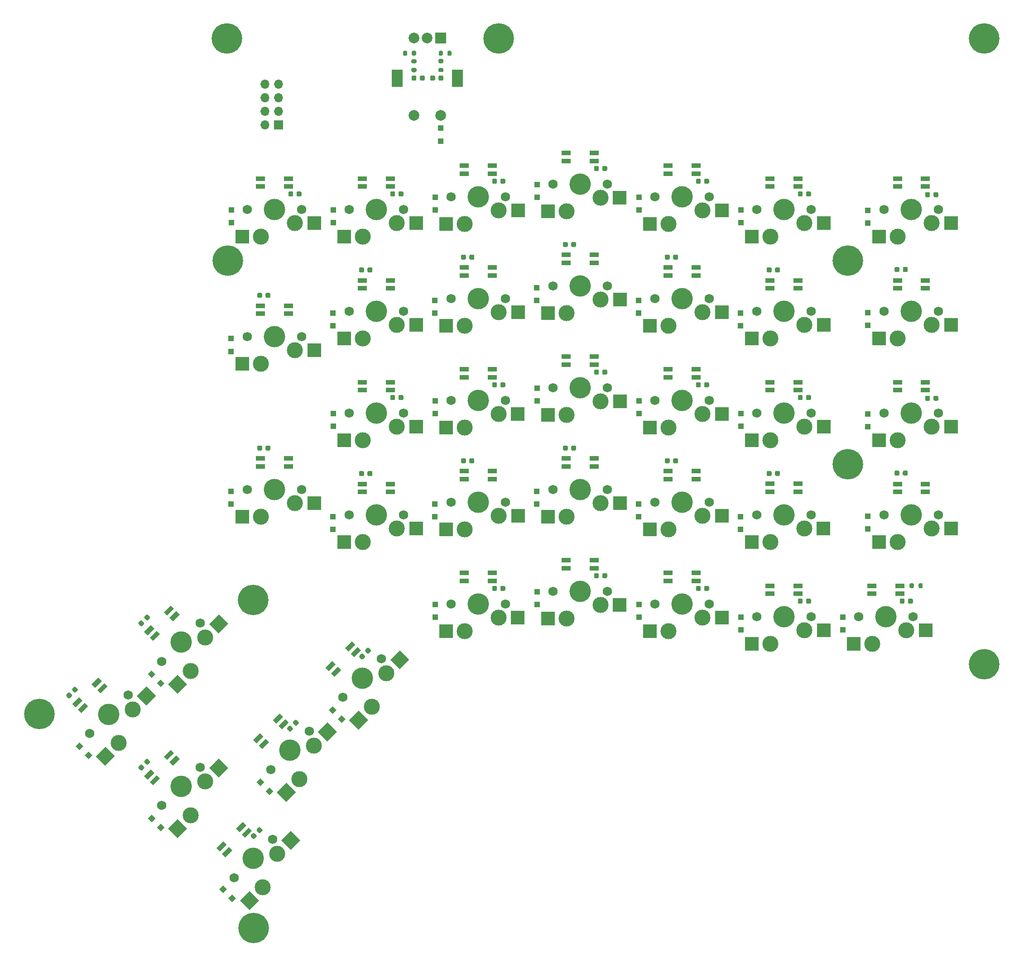
<source format=gbr>
%TF.GenerationSoftware,KiCad,Pcbnew,(5.1.8)-1*%
%TF.CreationDate,2022-07-09T18:06:19+10:00*%
%TF.ProjectId,ergonomic_split_right,6572676f-6e6f-46d6-9963-5f73706c6974,rev?*%
%TF.SameCoordinates,Original*%
%TF.FileFunction,Soldermask,Bot*%
%TF.FilePolarity,Negative*%
%FSLAX46Y46*%
G04 Gerber Fmt 4.6, Leading zero omitted, Abs format (unit mm)*
G04 Created by KiCad (PCBNEW (5.1.8)-1) date 2022-07-09 18:06:19*
%MOMM*%
%LPD*%
G01*
G04 APERTURE LIST*
%ADD10C,0.100000*%
%ADD11C,3.000000*%
%ADD12C,1.750000*%
%ADD13C,4.000000*%
%ADD14R,1.000000X1.000000*%
%ADD15C,5.700000*%
%ADD16R,1.700000X1.700000*%
%ADD17O,1.700000X1.700000*%
%ADD18R,2.550000X2.500000*%
%ADD19R,1.800000X0.900000*%
%ADD20C,2.000000*%
%ADD21R,2.000000X3.200000*%
%ADD22R,2.000000X2.000000*%
G04 APERTURE END LIST*
%TO.C,SW12*%
G36*
G01*
X127360215Y-150958835D02*
X127006661Y-150605281D01*
G75*
G02*
X127006661Y-150287083I159099J159099D01*
G01*
X127324859Y-149968885D01*
G75*
G02*
X127643057Y-149968885I159099J-159099D01*
G01*
X127996611Y-150322439D01*
G75*
G02*
X127996611Y-150640637I-159099J-159099D01*
G01*
X127678413Y-150958835D01*
G75*
G02*
X127360215Y-150958835I-159099J159099D01*
G01*
G37*
D10*
G36*
X128727292Y-159971943D02*
G01*
X129434399Y-159264836D01*
X130141506Y-159971943D01*
X129434399Y-160679050D01*
X128727292Y-159971943D01*
G37*
G36*
X130424348Y-161668999D02*
G01*
X131131455Y-160961892D01*
X131838562Y-161668999D01*
X131131455Y-162376106D01*
X130424348Y-161668999D01*
G37*
G36*
G01*
X128456230Y-149862819D02*
X128102676Y-149509265D01*
G75*
G02*
X128102676Y-149191067I159099J159099D01*
G01*
X128420874Y-148872869D01*
G75*
G02*
X128739072Y-148872869I159099J-159099D01*
G01*
X129092626Y-149226423D01*
G75*
G02*
X129092626Y-149544621I-159099J-159099D01*
G01*
X128774428Y-149862819D01*
G75*
G02*
X128456230Y-149862819I-159099J159099D01*
G01*
G37*
G36*
X130373069Y-151830824D02*
G01*
X131009465Y-152467220D01*
X129736673Y-153740012D01*
X129100277Y-153103616D01*
X130373069Y-151830824D01*
G37*
D11*
X136729959Y-159375654D03*
D10*
G36*
X132989364Y-147093209D02*
G01*
X133625760Y-147729605D01*
X132352968Y-149002397D01*
X131716572Y-148366001D01*
X132989364Y-147093209D01*
G37*
G36*
X129312409Y-150770164D02*
G01*
X129948805Y-151406560D01*
X128676013Y-152679352D01*
X128039617Y-152042956D01*
X129312409Y-150770164D01*
G37*
G36*
X134050024Y-148153869D02*
G01*
X134686420Y-148790265D01*
X133413628Y-150063057D01*
X132777232Y-149426661D01*
X134050024Y-148153869D01*
G37*
D12*
X138525112Y-150394500D03*
X131340907Y-157578704D03*
D10*
G36*
X141985637Y-148758480D02*
G01*
X143753404Y-150526247D01*
X141950281Y-152329370D01*
X140182514Y-150561603D01*
X141985637Y-148758480D01*
G37*
D11*
X139422374Y-153089510D03*
D13*
X134932246Y-153987535D03*
D10*
G36*
X134288779Y-160047440D02*
G01*
X136056546Y-161815207D01*
X134253423Y-163618330D01*
X132485656Y-161850563D01*
X134288779Y-160047440D01*
G37*
%TD*%
%TO.C,SW1*%
G36*
G01*
X113871719Y-164452550D02*
X113518165Y-164098996D01*
G75*
G02*
X113518165Y-163780798I159099J159099D01*
G01*
X113836363Y-163462600D01*
G75*
G02*
X114154561Y-163462600I159099J-159099D01*
G01*
X114508115Y-163816154D01*
G75*
G02*
X114508115Y-164134352I-159099J-159099D01*
G01*
X114189917Y-164452550D01*
G75*
G02*
X113871719Y-164452550I-159099J159099D01*
G01*
G37*
G36*
X115238796Y-173465658D02*
G01*
X115945903Y-172758551D01*
X116653010Y-173465658D01*
X115945903Y-174172765D01*
X115238796Y-173465658D01*
G37*
G36*
X116935852Y-175162714D02*
G01*
X117642959Y-174455607D01*
X118350066Y-175162714D01*
X117642959Y-175869821D01*
X116935852Y-175162714D01*
G37*
G36*
G01*
X114967734Y-163356534D02*
X114614180Y-163002980D01*
G75*
G02*
X114614180Y-162684782I159099J159099D01*
G01*
X114932378Y-162366584D01*
G75*
G02*
X115250576Y-162366584I159099J-159099D01*
G01*
X115604130Y-162720138D01*
G75*
G02*
X115604130Y-163038336I-159099J-159099D01*
G01*
X115285932Y-163356534D01*
G75*
G02*
X114967734Y-163356534I-159099J159099D01*
G01*
G37*
G36*
X116884573Y-165324539D02*
G01*
X117520969Y-165960935D01*
X116248177Y-167233727D01*
X115611781Y-166597331D01*
X116884573Y-165324539D01*
G37*
D11*
X123241463Y-172869369D03*
D10*
G36*
X119500868Y-160586924D02*
G01*
X120137264Y-161223320D01*
X118864472Y-162496112D01*
X118228076Y-161859716D01*
X119500868Y-160586924D01*
G37*
G36*
X115823913Y-164263879D02*
G01*
X116460309Y-164900275D01*
X115187517Y-166173067D01*
X114551121Y-165536671D01*
X115823913Y-164263879D01*
G37*
G36*
X120561528Y-161647584D02*
G01*
X121197924Y-162283980D01*
X119925132Y-163556772D01*
X119288736Y-162920376D01*
X120561528Y-161647584D01*
G37*
D12*
X125036616Y-163888215D03*
X117852411Y-171072419D03*
D10*
G36*
X128497141Y-162252195D02*
G01*
X130264908Y-164019962D01*
X128461785Y-165823085D01*
X126694018Y-164055318D01*
X128497141Y-162252195D01*
G37*
D11*
X125933878Y-166583225D03*
D13*
X121443750Y-167481250D03*
D10*
G36*
X120800283Y-173541155D02*
G01*
X122568050Y-175308922D01*
X120764927Y-177112045D01*
X118997160Y-175344278D01*
X120800283Y-173541155D01*
G37*
%TD*%
%TO.C,SW35*%
G36*
G01*
X148381215Y-190748605D02*
X148027661Y-190395051D01*
G75*
G02*
X148027661Y-190076853I159099J159099D01*
G01*
X148345859Y-189758655D01*
G75*
G02*
X148664057Y-189758655I159099J-159099D01*
G01*
X149017611Y-190112209D01*
G75*
G02*
X149017611Y-190430407I-159099J-159099D01*
G01*
X148699413Y-190748605D01*
G75*
G02*
X148381215Y-190748605I-159099J159099D01*
G01*
G37*
G36*
G01*
X149477231Y-189652589D02*
X149123677Y-189299035D01*
G75*
G02*
X149123677Y-188980837I159099J159099D01*
G01*
X149441875Y-188662639D01*
G75*
G02*
X149760073Y-188662639I159099J-159099D01*
G01*
X150113627Y-189016193D01*
G75*
G02*
X150113627Y-189334391I-159099J-159099D01*
G01*
X149795429Y-189652589D01*
G75*
G02*
X149477231Y-189652589I-159099J159099D01*
G01*
G37*
G36*
X142075562Y-200214318D02*
G01*
X142782669Y-199507211D01*
X143489776Y-200214318D01*
X142782669Y-200921425D01*
X142075562Y-200214318D01*
G37*
G36*
X143772618Y-201911374D02*
G01*
X144479725Y-201204267D01*
X145186832Y-201911374D01*
X144479725Y-202618481D01*
X143772618Y-201911374D01*
G37*
D12*
X152018862Y-190875750D03*
X144834657Y-198059954D03*
D11*
X150222811Y-199856006D03*
D10*
G36*
X155479387Y-189239730D02*
G01*
X157247154Y-191007497D01*
X155444031Y-192810620D01*
X153676264Y-191042853D01*
X155479387Y-189239730D01*
G37*
D11*
X152916124Y-193570760D03*
D13*
X148425996Y-194468785D03*
D10*
G36*
X143865157Y-192312110D02*
G01*
X144501553Y-192948506D01*
X143228761Y-194221298D01*
X142592365Y-193584902D01*
X143865157Y-192312110D01*
G37*
G36*
X147782529Y-200528690D02*
G01*
X149550296Y-202296457D01*
X147747173Y-204099580D01*
X145979406Y-202331813D01*
X147782529Y-200528690D01*
G37*
G36*
X142804497Y-191251450D02*
G01*
X143440893Y-191887846D01*
X142168101Y-193160638D01*
X141531705Y-192524242D01*
X142804497Y-191251450D01*
G37*
G36*
X146481452Y-187574494D02*
G01*
X147117848Y-188210890D01*
X145845056Y-189483682D01*
X145208660Y-188847286D01*
X146481452Y-187574494D01*
G37*
G36*
X147542113Y-188635155D02*
G01*
X148178509Y-189271551D01*
X146905717Y-190544343D01*
X146269321Y-189907947D01*
X147542113Y-188635155D01*
G37*
%TD*%
%TO.C,C4*%
G36*
G01*
X183965000Y-48175100D02*
X183965000Y-48675100D01*
G75*
G02*
X183740000Y-48900100I-225000J0D01*
G01*
X183290000Y-48900100D01*
G75*
G02*
X183065000Y-48675100I0J225000D01*
G01*
X183065000Y-48175100D01*
G75*
G02*
X183290000Y-47950100I225000J0D01*
G01*
X183740000Y-47950100D01*
G75*
G02*
X183965000Y-48175100I0J-225000D01*
G01*
G37*
G36*
G01*
X182415000Y-48175100D02*
X182415000Y-48675100D01*
G75*
G02*
X182190000Y-48900100I-225000J0D01*
G01*
X181740000Y-48900100D01*
G75*
G02*
X181515000Y-48675100I0J225000D01*
G01*
X181515000Y-48175100D01*
G75*
G02*
X181740000Y-47950100I225000J0D01*
G01*
X182190000Y-47950100D01*
G75*
G02*
X182415000Y-48175100I0J-225000D01*
G01*
G37*
%TD*%
%TO.C,C6*%
G36*
G01*
X178035800Y-48675100D02*
X178035800Y-48175100D01*
G75*
G02*
X178260800Y-47950100I225000J0D01*
G01*
X178710800Y-47950100D01*
G75*
G02*
X178935800Y-48175100I0J-225000D01*
G01*
X178935800Y-48675100D01*
G75*
G02*
X178710800Y-48900100I-225000J0D01*
G01*
X178260800Y-48900100D01*
G75*
G02*
X178035800Y-48675100I0J225000D01*
G01*
G37*
G36*
G01*
X179585800Y-48675100D02*
X179585800Y-48175100D01*
G75*
G02*
X179810800Y-47950100I225000J0D01*
G01*
X180260800Y-47950100D01*
G75*
G02*
X180485800Y-48175100I0J-225000D01*
G01*
X180485800Y-48675100D01*
G75*
G02*
X180260800Y-48900100I-225000J0D01*
G01*
X179810800Y-48900100D01*
G75*
G02*
X179585800Y-48675100I0J225000D01*
G01*
G37*
%TD*%
D14*
%TO.C,D1*%
X183454040Y-57808160D03*
X183454040Y-60208160D03*
%TD*%
D15*
%TO.C,H1*%
X143535400Y-41022612D03*
%TD*%
%TO.C,H2*%
X285089600Y-41022612D03*
%TD*%
%TO.C,H3*%
X285087988Y-158115000D03*
%TD*%
%TO.C,H4*%
X148474804Y-207428204D03*
%TD*%
%TO.C,H5*%
X108496996Y-167450396D03*
%TD*%
%TO.C,H6*%
X143668750Y-82550000D03*
%TD*%
%TO.C,H7*%
X148431250Y-146050000D03*
%TD*%
%TO.C,H8*%
X259556250Y-82550000D03*
%TD*%
%TO.C,H9*%
X259556250Y-120650000D03*
%TD*%
%TO.C,H10*%
X194335400Y-40995600D03*
%TD*%
D16*
%TO.C,J2*%
X153193750Y-57150000D03*
D17*
X150653750Y-57150000D03*
X153193750Y-54610000D03*
X150653750Y-54610000D03*
X153193750Y-52070000D03*
X150653750Y-52070000D03*
X153193750Y-49530000D03*
X150653750Y-49530000D03*
%TD*%
%TO.C,R1*%
G36*
G01*
X271938700Y-143146100D02*
X271938700Y-143696100D01*
G75*
G02*
X271738700Y-143896100I-200000J0D01*
G01*
X271338700Y-143896100D01*
G75*
G02*
X271138700Y-143696100I0J200000D01*
G01*
X271138700Y-143146100D01*
G75*
G02*
X271338700Y-142946100I200000J0D01*
G01*
X271738700Y-142946100D01*
G75*
G02*
X271938700Y-143146100I0J-200000D01*
G01*
G37*
G36*
G01*
X273588700Y-143146100D02*
X273588700Y-143696100D01*
G75*
G02*
X273388700Y-143896100I-200000J0D01*
G01*
X272988700Y-143896100D01*
G75*
G02*
X272788700Y-143696100I0J200000D01*
G01*
X272788700Y-143146100D01*
G75*
G02*
X272988700Y-142946100I200000J0D01*
G01*
X273388700Y-142946100D01*
G75*
G02*
X273588700Y-143146100I0J-200000D01*
G01*
G37*
%TD*%
%TO.C,R4*%
G36*
G01*
X183227300Y-44862800D02*
X183777300Y-44862800D01*
G75*
G02*
X183977300Y-45062800I0J-200000D01*
G01*
X183977300Y-45462800D01*
G75*
G02*
X183777300Y-45662800I-200000J0D01*
G01*
X183227300Y-45662800D01*
G75*
G02*
X183027300Y-45462800I0J200000D01*
G01*
X183027300Y-45062800D01*
G75*
G02*
X183227300Y-44862800I200000J0D01*
G01*
G37*
G36*
G01*
X183227300Y-46512800D02*
X183777300Y-46512800D01*
G75*
G02*
X183977300Y-46712800I0J-200000D01*
G01*
X183977300Y-47112800D01*
G75*
G02*
X183777300Y-47312800I-200000J0D01*
G01*
X183227300Y-47312800D01*
G75*
G02*
X183027300Y-47112800I0J200000D01*
G01*
X183027300Y-46712800D01*
G75*
G02*
X183227300Y-46512800I200000J0D01*
G01*
G37*
%TD*%
%TO.C,R7*%
G36*
G01*
X178198100Y-46525500D02*
X178748100Y-46525500D01*
G75*
G02*
X178948100Y-46725500I0J-200000D01*
G01*
X178948100Y-47125500D01*
G75*
G02*
X178748100Y-47325500I-200000J0D01*
G01*
X178198100Y-47325500D01*
G75*
G02*
X177998100Y-47125500I0J200000D01*
G01*
X177998100Y-46725500D01*
G75*
G02*
X178198100Y-46525500I200000J0D01*
G01*
G37*
G36*
G01*
X178198100Y-44875500D02*
X178748100Y-44875500D01*
G75*
G02*
X178948100Y-45075500I0J-200000D01*
G01*
X178948100Y-45475500D01*
G75*
G02*
X178748100Y-45675500I-200000J0D01*
G01*
X178198100Y-45675500D01*
G75*
G02*
X177998100Y-45475500I0J200000D01*
G01*
X177998100Y-45075500D01*
G75*
G02*
X178198100Y-44875500I200000J0D01*
G01*
G37*
%TD*%
%TO.C,R8*%
G36*
G01*
X177223100Y-43514600D02*
X177223100Y-44064600D01*
G75*
G02*
X177023100Y-44264600I-200000J0D01*
G01*
X176623100Y-44264600D01*
G75*
G02*
X176423100Y-44064600I0J200000D01*
G01*
X176423100Y-43514600D01*
G75*
G02*
X176623100Y-43314600I200000J0D01*
G01*
X177023100Y-43314600D01*
G75*
G02*
X177223100Y-43514600I0J-200000D01*
G01*
G37*
G36*
G01*
X178873100Y-43514600D02*
X178873100Y-44064600D01*
G75*
G02*
X178673100Y-44264600I-200000J0D01*
G01*
X178273100Y-44264600D01*
G75*
G02*
X178073100Y-44064600I0J200000D01*
G01*
X178073100Y-43514600D01*
G75*
G02*
X178273100Y-43314600I200000J0D01*
G01*
X178673100Y-43314600D01*
G75*
G02*
X178873100Y-43514600I0J-200000D01*
G01*
G37*
%TD*%
%TO.C,R9*%
G36*
G01*
X183089600Y-44064600D02*
X183089600Y-43514600D01*
G75*
G02*
X183289600Y-43314600I200000J0D01*
G01*
X183689600Y-43314600D01*
G75*
G02*
X183889600Y-43514600I0J-200000D01*
G01*
X183889600Y-44064600D01*
G75*
G02*
X183689600Y-44264600I-200000J0D01*
G01*
X183289600Y-44264600D01*
G75*
G02*
X183089600Y-44064600I0J200000D01*
G01*
G37*
G36*
G01*
X184739600Y-44064600D02*
X184739600Y-43514600D01*
G75*
G02*
X184939600Y-43314600I200000J0D01*
G01*
X185339600Y-43314600D01*
G75*
G02*
X185539600Y-43514600I0J-200000D01*
G01*
X185539600Y-44064600D01*
G75*
G02*
X185339600Y-44264600I-200000J0D01*
G01*
X184939600Y-44264600D01*
G75*
G02*
X184739600Y-44064600I0J200000D01*
G01*
G37*
%TD*%
%TO.C,SW2*%
G36*
G01*
X274037340Y-70498780D02*
X274037340Y-69998780D01*
G75*
G02*
X274262340Y-69773780I225000J0D01*
G01*
X274712340Y-69773780D01*
G75*
G02*
X274937340Y-69998780I0J-225000D01*
G01*
X274937340Y-70498780D01*
G75*
G02*
X274712340Y-70723780I-225000J0D01*
G01*
X274262340Y-70723780D01*
G75*
G02*
X274037340Y-70498780I0J225000D01*
G01*
G37*
D14*
X263324340Y-73195180D03*
X263324340Y-75595180D03*
G36*
G01*
X275587340Y-70498780D02*
X275587340Y-69998780D01*
G75*
G02*
X275812340Y-69773780I225000J0D01*
G01*
X276262340Y-69773780D01*
G75*
G02*
X276487340Y-69998780I0J-225000D01*
G01*
X276487340Y-70498780D01*
G75*
G02*
X276262340Y-70723780I-225000J0D01*
G01*
X275812340Y-70723780D01*
G75*
G02*
X275587340Y-70498780I0J225000D01*
G01*
G37*
D11*
X268919960Y-78102460D03*
D12*
X276539960Y-73022460D03*
D13*
X271459960Y-73022460D03*
D12*
X266379960Y-73021190D03*
D18*
X278868760Y-75561310D03*
D11*
X275268760Y-75561310D03*
D19*
X268858760Y-68721310D03*
D18*
X265443760Y-78101310D03*
D19*
X268858760Y-67221310D03*
X274058760Y-67221310D03*
X274058760Y-68721310D03*
%TD*%
%TO.C,SW3*%
G36*
G01*
X268322340Y-84494180D02*
X268322340Y-83994180D01*
G75*
G02*
X268547340Y-83769180I225000J0D01*
G01*
X268997340Y-83769180D01*
G75*
G02*
X269222340Y-83994180I0J-225000D01*
G01*
X269222340Y-84494180D01*
G75*
G02*
X268997340Y-84719180I-225000J0D01*
G01*
X268547340Y-84719180D01*
G75*
G02*
X268322340Y-84494180I0J225000D01*
G01*
G37*
D14*
X263273540Y-92321380D03*
X263273540Y-94721380D03*
G36*
G01*
X269872340Y-84494180D02*
X269872340Y-83994180D01*
G75*
G02*
X270097340Y-83769180I225000J0D01*
G01*
X270547340Y-83769180D01*
G75*
G02*
X270772340Y-83994180I0J-225000D01*
G01*
X270772340Y-84494180D01*
G75*
G02*
X270547340Y-84719180I-225000J0D01*
G01*
X270097340Y-84719180D01*
G75*
G02*
X269872340Y-84494180I0J225000D01*
G01*
G37*
D12*
X266379960Y-92072460D03*
D11*
X268919960Y-97152460D03*
X275269960Y-94612460D03*
D12*
X276539960Y-92072460D03*
D13*
X271459960Y-92072460D03*
D19*
X268859960Y-87772460D03*
X274059960Y-86272460D03*
X268859960Y-86272460D03*
X274059960Y-87772460D03*
D18*
X278868760Y-94611310D03*
X265443760Y-97151310D03*
%TD*%
D19*
%TO.C,SW4*%
X274058760Y-106821310D03*
X274058760Y-105321310D03*
X268858760Y-105321310D03*
D18*
X265443760Y-116201310D03*
D19*
X268858760Y-106821310D03*
D11*
X275268760Y-113661310D03*
D18*
X278868760Y-113661310D03*
D12*
X266379960Y-111121190D03*
D13*
X271459960Y-111122460D03*
D12*
X276539960Y-111122460D03*
D11*
X268919960Y-116202460D03*
G36*
G01*
X275587340Y-108598780D02*
X275587340Y-108098780D01*
G75*
G02*
X275812340Y-107873780I225000J0D01*
G01*
X276262340Y-107873780D01*
G75*
G02*
X276487340Y-108098780I0J-225000D01*
G01*
X276487340Y-108598780D01*
G75*
G02*
X276262340Y-108823780I-225000J0D01*
G01*
X275812340Y-108823780D01*
G75*
G02*
X275587340Y-108598780I0J225000D01*
G01*
G37*
D14*
X263324340Y-113695180D03*
X263324340Y-111295180D03*
G36*
G01*
X274037340Y-108598780D02*
X274037340Y-108098780D01*
G75*
G02*
X274262340Y-107873780I225000J0D01*
G01*
X274712340Y-107873780D01*
G75*
G02*
X274937340Y-108098780I0J-225000D01*
G01*
X274937340Y-108598780D01*
G75*
G02*
X274712340Y-108823780I-225000J0D01*
G01*
X274262340Y-108823780D01*
G75*
G02*
X274037340Y-108598780I0J225000D01*
G01*
G37*
%TD*%
D18*
%TO.C,SW5*%
X265441220Y-135248770D03*
X278866220Y-132708770D03*
D19*
X274057420Y-125869920D03*
X268857420Y-124369920D03*
X274057420Y-124369920D03*
X268857420Y-125869920D03*
D13*
X271457420Y-130169920D03*
D12*
X276537420Y-130169920D03*
D11*
X275267420Y-132709920D03*
X268917420Y-135249920D03*
D12*
X266377420Y-130169920D03*
G36*
G01*
X269869800Y-122591640D02*
X269869800Y-122091640D01*
G75*
G02*
X270094800Y-121866640I225000J0D01*
G01*
X270544800Y-121866640D01*
G75*
G02*
X270769800Y-122091640I0J-225000D01*
G01*
X270769800Y-122591640D01*
G75*
G02*
X270544800Y-122816640I-225000J0D01*
G01*
X270094800Y-122816640D01*
G75*
G02*
X269869800Y-122591640I0J225000D01*
G01*
G37*
D14*
X263271000Y-132818840D03*
X263271000Y-130418840D03*
G36*
G01*
X268319800Y-122591640D02*
X268319800Y-122091640D01*
G75*
G02*
X268544800Y-121866640I225000J0D01*
G01*
X268994800Y-121866640D01*
G75*
G02*
X269219800Y-122091640I0J-225000D01*
G01*
X269219800Y-122591640D01*
G75*
G02*
X268994800Y-122816640I-225000J0D01*
G01*
X268544800Y-122816640D01*
G75*
G02*
X268319800Y-122591640I0J225000D01*
G01*
G37*
%TD*%
D10*
%TO.C,SW6*%
G36*
X134288779Y-187034940D02*
G01*
X136056546Y-188802707D01*
X134253423Y-190605830D01*
X132485656Y-188838063D01*
X134288779Y-187034940D01*
G37*
D13*
X134932246Y-180975035D03*
D11*
X139422374Y-180077010D03*
D10*
G36*
X141985637Y-175745980D02*
G01*
X143753404Y-177513747D01*
X141950281Y-179316870D01*
X140182514Y-177549103D01*
X141985637Y-175745980D01*
G37*
D12*
X131340907Y-184566204D03*
X138525112Y-177382000D03*
D10*
G36*
X134050024Y-175141369D02*
G01*
X134686420Y-175777765D01*
X133413628Y-177050557D01*
X132777232Y-176414161D01*
X134050024Y-175141369D01*
G37*
G36*
X129312409Y-177757664D02*
G01*
X129948805Y-178394060D01*
X128676013Y-179666852D01*
X128039617Y-179030456D01*
X129312409Y-177757664D01*
G37*
G36*
X132989364Y-174080709D02*
G01*
X133625760Y-174717105D01*
X132352968Y-175989897D01*
X131716572Y-175353501D01*
X132989364Y-174080709D01*
G37*
D11*
X136729959Y-186363154D03*
D10*
G36*
X130373069Y-178818324D02*
G01*
X131009465Y-179454720D01*
X129736673Y-180727512D01*
X129100277Y-180091116D01*
X130373069Y-178818324D01*
G37*
G36*
G01*
X128456230Y-176850319D02*
X128102676Y-176496765D01*
G75*
G02*
X128102676Y-176178567I159099J159099D01*
G01*
X128420874Y-175860369D01*
G75*
G02*
X128739072Y-175860369I159099J-159099D01*
G01*
X129092626Y-176213923D01*
G75*
G02*
X129092626Y-176532121I-159099J-159099D01*
G01*
X128774428Y-176850319D01*
G75*
G02*
X128456230Y-176850319I-159099J159099D01*
G01*
G37*
G36*
X130424348Y-188656499D02*
G01*
X131131455Y-187949392D01*
X131838562Y-188656499D01*
X131131455Y-189363606D01*
X130424348Y-188656499D01*
G37*
G36*
X128727292Y-186959443D02*
G01*
X129434399Y-186252336D01*
X130141506Y-186959443D01*
X129434399Y-187666550D01*
X128727292Y-186959443D01*
G37*
G36*
G01*
X127360215Y-177946335D02*
X127006661Y-177592781D01*
G75*
G02*
X127006661Y-177274583I159099J159099D01*
G01*
X127324859Y-176956385D01*
G75*
G02*
X127643057Y-176956385I159099J-159099D01*
G01*
X127996611Y-177309939D01*
G75*
G02*
X127996611Y-177628137I-159099J-159099D01*
G01*
X127678413Y-177946335D01*
G75*
G02*
X127360215Y-177946335I-159099J159099D01*
G01*
G37*
%TD*%
%TO.C,SW7*%
G36*
G01*
X174045160Y-70359080D02*
X174045160Y-69859080D01*
G75*
G02*
X174270160Y-69634080I225000J0D01*
G01*
X174720160Y-69634080D01*
G75*
G02*
X174945160Y-69859080I0J-225000D01*
G01*
X174945160Y-70359080D01*
G75*
G02*
X174720160Y-70584080I-225000J0D01*
G01*
X174270160Y-70584080D01*
G75*
G02*
X174045160Y-70359080I0J225000D01*
G01*
G37*
G36*
G01*
X175595160Y-70359080D02*
X175595160Y-69859080D01*
G75*
G02*
X175820160Y-69634080I225000J0D01*
G01*
X176270160Y-69634080D01*
G75*
G02*
X176495160Y-69859080I0J-225000D01*
G01*
X176495160Y-70359080D01*
G75*
G02*
X176270160Y-70584080I-225000J0D01*
G01*
X175820160Y-70584080D01*
G75*
G02*
X175595160Y-70359080I0J225000D01*
G01*
G37*
D14*
X163393120Y-73093580D03*
X163393120Y-75493580D03*
D12*
X176527460Y-73021190D03*
X166367460Y-73021190D03*
D11*
X168907460Y-78101190D03*
D18*
X178856260Y-75561310D03*
D11*
X175256260Y-75561310D03*
D13*
X171446260Y-73021310D03*
D19*
X168846260Y-68721310D03*
D18*
X165431260Y-78101310D03*
D19*
X168846260Y-67221310D03*
X174046260Y-67221310D03*
X174046260Y-68721310D03*
%TD*%
%TO.C,SW8*%
G36*
G01*
X168233640Y-84575460D02*
X168233640Y-84075460D01*
G75*
G02*
X168458640Y-83850460I225000J0D01*
G01*
X168908640Y-83850460D01*
G75*
G02*
X169133640Y-84075460I0J-225000D01*
G01*
X169133640Y-84575460D01*
G75*
G02*
X168908640Y-84800460I-225000J0D01*
G01*
X168458640Y-84800460D01*
G75*
G02*
X168233640Y-84575460I0J225000D01*
G01*
G37*
D14*
X163327080Y-92415360D03*
X163327080Y-94815360D03*
G36*
G01*
X169783640Y-84575460D02*
X169783640Y-84075460D01*
G75*
G02*
X170008640Y-83850460I225000J0D01*
G01*
X170458640Y-83850460D01*
G75*
G02*
X170683640Y-84075460I0J-225000D01*
G01*
X170683640Y-84575460D01*
G75*
G02*
X170458640Y-84800460I-225000J0D01*
G01*
X170008640Y-84800460D01*
G75*
G02*
X169783640Y-84575460I0J225000D01*
G01*
G37*
D19*
X168847460Y-87772460D03*
D11*
X168907460Y-97152460D03*
D19*
X174047460Y-86272460D03*
X168847460Y-86272460D03*
X174047460Y-87772460D03*
D12*
X176527460Y-92071190D03*
X166367460Y-92071190D03*
D18*
X178856260Y-94611310D03*
D11*
X175256260Y-94611310D03*
D13*
X171446260Y-92071310D03*
D18*
X165431260Y-97151310D03*
%TD*%
D19*
%TO.C,SW9*%
X174046260Y-106821310D03*
X174046260Y-105321310D03*
X168846260Y-105321310D03*
D18*
X165431260Y-116201310D03*
D19*
X168846260Y-106821310D03*
D13*
X171446260Y-111121310D03*
D11*
X175256260Y-113661310D03*
D18*
X178856260Y-113661310D03*
D11*
X168907460Y-116201190D03*
D12*
X166367460Y-111121190D03*
X176527460Y-111121190D03*
D14*
X163393120Y-113593580D03*
X163393120Y-111193580D03*
G36*
G01*
X175595160Y-108459080D02*
X175595160Y-107959080D01*
G75*
G02*
X175820160Y-107734080I225000J0D01*
G01*
X176270160Y-107734080D01*
G75*
G02*
X176495160Y-107959080I0J-225000D01*
G01*
X176495160Y-108459080D01*
G75*
G02*
X176270160Y-108684080I-225000J0D01*
G01*
X175820160Y-108684080D01*
G75*
G02*
X175595160Y-108459080I0J225000D01*
G01*
G37*
G36*
G01*
X174045160Y-108459080D02*
X174045160Y-107959080D01*
G75*
G02*
X174270160Y-107734080I225000J0D01*
G01*
X174720160Y-107734080D01*
G75*
G02*
X174945160Y-107959080I0J-225000D01*
G01*
X174945160Y-108459080D01*
G75*
G02*
X174720160Y-108684080I-225000J0D01*
G01*
X174270160Y-108684080D01*
G75*
G02*
X174045160Y-108459080I0J225000D01*
G01*
G37*
%TD*%
%TO.C,SW10*%
G36*
G01*
X168233640Y-122675460D02*
X168233640Y-122175460D01*
G75*
G02*
X168458640Y-121950460I225000J0D01*
G01*
X168908640Y-121950460D01*
G75*
G02*
X169133640Y-122175460I0J-225000D01*
G01*
X169133640Y-122675460D01*
G75*
G02*
X168908640Y-122900460I-225000J0D01*
G01*
X168458640Y-122900460D01*
G75*
G02*
X168233640Y-122675460I0J225000D01*
G01*
G37*
X163327080Y-130515360D03*
X163327080Y-132915360D03*
G36*
G01*
X169783640Y-122675460D02*
X169783640Y-122175460D01*
G75*
G02*
X170008640Y-121950460I225000J0D01*
G01*
X170458640Y-121950460D01*
G75*
G02*
X170683640Y-122175460I0J-225000D01*
G01*
X170683640Y-122675460D01*
G75*
G02*
X170458640Y-122900460I-225000J0D01*
G01*
X170008640Y-122900460D01*
G75*
G02*
X169783640Y-122675460I0J225000D01*
G01*
G37*
D19*
X168847460Y-125872460D03*
D11*
X168907460Y-135252460D03*
D19*
X174047460Y-124372460D03*
X168847460Y-124372460D03*
X174047460Y-125872460D03*
D12*
X176527460Y-130171190D03*
X166367460Y-130171190D03*
D18*
X178856260Y-132711310D03*
D11*
X175256260Y-132711310D03*
D13*
X171446260Y-130171310D03*
D18*
X165431260Y-135251310D03*
%TD*%
%TO.C,SW11*%
G36*
G01*
X250245160Y-146559080D02*
X250245160Y-146059080D01*
G75*
G02*
X250470160Y-145834080I225000J0D01*
G01*
X250920160Y-145834080D01*
G75*
G02*
X251145160Y-146059080I0J-225000D01*
G01*
X251145160Y-146559080D01*
G75*
G02*
X250920160Y-146784080I-225000J0D01*
G01*
X250470160Y-146784080D01*
G75*
G02*
X250245160Y-146559080I0J225000D01*
G01*
G37*
G36*
G01*
X251795160Y-146559080D02*
X251795160Y-146059080D01*
G75*
G02*
X252020160Y-145834080I225000J0D01*
G01*
X252470160Y-145834080D01*
G75*
G02*
X252695160Y-146059080I0J-225000D01*
G01*
X252695160Y-146559080D01*
G75*
G02*
X252470160Y-146784080I-225000J0D01*
G01*
X252020160Y-146784080D01*
G75*
G02*
X251795160Y-146559080I0J225000D01*
G01*
G37*
D14*
X239593120Y-149293580D03*
X239593120Y-151693580D03*
D12*
X252727460Y-149221190D03*
X242567460Y-149221190D03*
D11*
X245107460Y-154301190D03*
D18*
X255056260Y-151761310D03*
D11*
X251456260Y-151761310D03*
D13*
X247646260Y-149221310D03*
D19*
X245046260Y-144921310D03*
D18*
X241631260Y-154301310D03*
D19*
X245046260Y-143421310D03*
X250246260Y-143421310D03*
X250246260Y-144921310D03*
%TD*%
%TO.C,SW13*%
X193096260Y-66340060D03*
X193096260Y-64840060D03*
X187896260Y-64840060D03*
D18*
X184481260Y-75720060D03*
D19*
X187896260Y-66340060D03*
D13*
X190496260Y-70640060D03*
D11*
X194306260Y-73180060D03*
D18*
X197906260Y-73180060D03*
D11*
X187957460Y-75719940D03*
D12*
X185417460Y-70639940D03*
X195577460Y-70639940D03*
D14*
X182443120Y-73112330D03*
X182443120Y-70712330D03*
G36*
G01*
X194645160Y-67977830D02*
X194645160Y-67477830D01*
G75*
G02*
X194870160Y-67252830I225000J0D01*
G01*
X195320160Y-67252830D01*
G75*
G02*
X195545160Y-67477830I0J-225000D01*
G01*
X195545160Y-67977830D01*
G75*
G02*
X195320160Y-68202830I-225000J0D01*
G01*
X194870160Y-68202830D01*
G75*
G02*
X194645160Y-67977830I0J225000D01*
G01*
G37*
G36*
G01*
X193095160Y-67977830D02*
X193095160Y-67477830D01*
G75*
G02*
X193320160Y-67252830I225000J0D01*
G01*
X193770160Y-67252830D01*
G75*
G02*
X193995160Y-67477830I0J-225000D01*
G01*
X193995160Y-67977830D01*
G75*
G02*
X193770160Y-68202830I-225000J0D01*
G01*
X193320160Y-68202830D01*
G75*
G02*
X193095160Y-67977830I0J225000D01*
G01*
G37*
%TD*%
D18*
%TO.C,SW14*%
X184481260Y-94770060D03*
D13*
X190496260Y-89690060D03*
D11*
X194306260Y-92230060D03*
D18*
X197906260Y-92230060D03*
D12*
X185417460Y-89689940D03*
X195577460Y-89689940D03*
D19*
X193097460Y-85391210D03*
X187897460Y-83891210D03*
X193097460Y-83891210D03*
D11*
X187957460Y-94771210D03*
D19*
X187897460Y-85391210D03*
G36*
G01*
X188833640Y-82194210D02*
X188833640Y-81694210D01*
G75*
G02*
X189058640Y-81469210I225000J0D01*
G01*
X189508640Y-81469210D01*
G75*
G02*
X189733640Y-81694210I0J-225000D01*
G01*
X189733640Y-82194210D01*
G75*
G02*
X189508640Y-82419210I-225000J0D01*
G01*
X189058640Y-82419210D01*
G75*
G02*
X188833640Y-82194210I0J225000D01*
G01*
G37*
D14*
X182377080Y-92434110D03*
X182377080Y-90034110D03*
G36*
G01*
X187283640Y-82194210D02*
X187283640Y-81694210D01*
G75*
G02*
X187508640Y-81469210I225000J0D01*
G01*
X187958640Y-81469210D01*
G75*
G02*
X188183640Y-81694210I0J-225000D01*
G01*
X188183640Y-82194210D01*
G75*
G02*
X187958640Y-82419210I-225000J0D01*
G01*
X187508640Y-82419210D01*
G75*
G02*
X187283640Y-82194210I0J225000D01*
G01*
G37*
%TD*%
D19*
%TO.C,SW15*%
X193092520Y-104436370D03*
X193092520Y-102936370D03*
X187892520Y-102936370D03*
D18*
X184477520Y-113816370D03*
D19*
X187892520Y-104436370D03*
D13*
X190492520Y-108736370D03*
D11*
X194302520Y-111276370D03*
D18*
X197902520Y-111276370D03*
D11*
X187953720Y-113816250D03*
D12*
X185413720Y-108736250D03*
X195573720Y-108736250D03*
D14*
X182439380Y-111208640D03*
X182439380Y-108808640D03*
G36*
G01*
X194641420Y-106074140D02*
X194641420Y-105574140D01*
G75*
G02*
X194866420Y-105349140I225000J0D01*
G01*
X195316420Y-105349140D01*
G75*
G02*
X195541420Y-105574140I0J-225000D01*
G01*
X195541420Y-106074140D01*
G75*
G02*
X195316420Y-106299140I-225000J0D01*
G01*
X194866420Y-106299140D01*
G75*
G02*
X194641420Y-106074140I0J225000D01*
G01*
G37*
G36*
G01*
X193091420Y-106074140D02*
X193091420Y-105574140D01*
G75*
G02*
X193316420Y-105349140I225000J0D01*
G01*
X193766420Y-105349140D01*
G75*
G02*
X193991420Y-105574140I0J-225000D01*
G01*
X193991420Y-106074140D01*
G75*
G02*
X193766420Y-106299140I-225000J0D01*
G01*
X193316420Y-106299140D01*
G75*
G02*
X193091420Y-106074140I0J225000D01*
G01*
G37*
%TD*%
D18*
%TO.C,SW16*%
X184481260Y-132870060D03*
D13*
X190496260Y-127790060D03*
D11*
X194306260Y-130330060D03*
D18*
X197906260Y-130330060D03*
D12*
X185417460Y-127789940D03*
X195577460Y-127789940D03*
D19*
X193097460Y-123491210D03*
X187897460Y-121991210D03*
X193097460Y-121991210D03*
D11*
X187957460Y-132871210D03*
D19*
X187897460Y-123491210D03*
G36*
G01*
X188833640Y-120294210D02*
X188833640Y-119794210D01*
G75*
G02*
X189058640Y-119569210I225000J0D01*
G01*
X189508640Y-119569210D01*
G75*
G02*
X189733640Y-119794210I0J-225000D01*
G01*
X189733640Y-120294210D01*
G75*
G02*
X189508640Y-120519210I-225000J0D01*
G01*
X189058640Y-120519210D01*
G75*
G02*
X188833640Y-120294210I0J225000D01*
G01*
G37*
D14*
X182377080Y-130534110D03*
X182377080Y-128134110D03*
G36*
G01*
X187283640Y-120294210D02*
X187283640Y-119794210D01*
G75*
G02*
X187508640Y-119569210I225000J0D01*
G01*
X187958640Y-119569210D01*
G75*
G02*
X188183640Y-119794210I0J-225000D01*
G01*
X188183640Y-120294210D01*
G75*
G02*
X187958640Y-120519210I-225000J0D01*
G01*
X187508640Y-120519210D01*
G75*
G02*
X187283640Y-120294210I0J225000D01*
G01*
G37*
%TD*%
%TO.C,SW17*%
G36*
G01*
X193091420Y-144174140D02*
X193091420Y-143674140D01*
G75*
G02*
X193316420Y-143449140I225000J0D01*
G01*
X193766420Y-143449140D01*
G75*
G02*
X193991420Y-143674140I0J-225000D01*
G01*
X193991420Y-144174140D01*
G75*
G02*
X193766420Y-144399140I-225000J0D01*
G01*
X193316420Y-144399140D01*
G75*
G02*
X193091420Y-144174140I0J225000D01*
G01*
G37*
G36*
G01*
X194641420Y-144174140D02*
X194641420Y-143674140D01*
G75*
G02*
X194866420Y-143449140I225000J0D01*
G01*
X195316420Y-143449140D01*
G75*
G02*
X195541420Y-143674140I0J-225000D01*
G01*
X195541420Y-144174140D01*
G75*
G02*
X195316420Y-144399140I-225000J0D01*
G01*
X194866420Y-144399140D01*
G75*
G02*
X194641420Y-144174140I0J225000D01*
G01*
G37*
X182439380Y-146908640D03*
X182439380Y-149308640D03*
D12*
X195573720Y-146836250D03*
X185413720Y-146836250D03*
D11*
X187953720Y-151916250D03*
D18*
X197902520Y-149376370D03*
D11*
X194302520Y-149376370D03*
D13*
X190492520Y-146836370D03*
D19*
X187892520Y-142536370D03*
D18*
X184477520Y-151916370D03*
D19*
X187892520Y-141036370D03*
X193092520Y-141036370D03*
X193092520Y-142536370D03*
%TD*%
D10*
%TO.C,SW18*%
G36*
X154401383Y-168381195D02*
G01*
X155037779Y-169017591D01*
X153764987Y-170290383D01*
X153128591Y-169653987D01*
X154401383Y-168381195D01*
G37*
G36*
X153340722Y-167320534D02*
G01*
X153977118Y-167956930D01*
X152704326Y-169229722D01*
X152067930Y-168593326D01*
X153340722Y-167320534D01*
G37*
G36*
X149663767Y-170997490D02*
G01*
X150300163Y-171633886D01*
X149027371Y-172906678D01*
X148390975Y-172270282D01*
X149663767Y-170997490D01*
G37*
G36*
X154641799Y-180274730D02*
G01*
X156409566Y-182042497D01*
X154606443Y-183845620D01*
X152838676Y-182077853D01*
X154641799Y-180274730D01*
G37*
G36*
X150724427Y-172058150D02*
G01*
X151360823Y-172694546D01*
X150088031Y-173967338D01*
X149451635Y-173330942D01*
X150724427Y-172058150D01*
G37*
D13*
X155285266Y-174214825D03*
D11*
X159775394Y-173316800D03*
D10*
G36*
X162338657Y-168985770D02*
G01*
X164106424Y-170753537D01*
X162303301Y-172556660D01*
X160535534Y-170788893D01*
X162338657Y-168985770D01*
G37*
D11*
X157082081Y-179602046D03*
D12*
X151693927Y-177805994D03*
X158878132Y-170621790D03*
G36*
G01*
X156259271Y-169565662D02*
X155905717Y-169212108D01*
G75*
G02*
X155905717Y-168893910I159099J159099D01*
G01*
X156223915Y-168575712D01*
G75*
G02*
X156542113Y-168575712I159099J-159099D01*
G01*
X156895667Y-168929266D01*
G75*
G02*
X156895667Y-169247464I-159099J-159099D01*
G01*
X156577469Y-169565662D01*
G75*
G02*
X156259271Y-169565662I-159099J159099D01*
G01*
G37*
D10*
G36*
X150771980Y-181876532D02*
G01*
X151479087Y-181169425D01*
X152186194Y-181876532D01*
X151479087Y-182583639D01*
X150771980Y-181876532D01*
G37*
G36*
X149074924Y-180179476D02*
G01*
X149782031Y-179472369D01*
X150489138Y-180179476D01*
X149782031Y-180886583D01*
X149074924Y-180179476D01*
G37*
G36*
G01*
X155163255Y-170661678D02*
X154809701Y-170308124D01*
G75*
G02*
X154809701Y-169989926I159099J159099D01*
G01*
X155127899Y-169671728D01*
G75*
G02*
X155446097Y-169671728I159099J-159099D01*
G01*
X155799651Y-170025282D01*
G75*
G02*
X155799651Y-170343480I-159099J-159099D01*
G01*
X155481453Y-170661678D01*
G75*
G02*
X155163255Y-170661678I-159099J159099D01*
G01*
G37*
%TD*%
%TO.C,SW19*%
G36*
G01*
X212141420Y-65592890D02*
X212141420Y-65092890D01*
G75*
G02*
X212366420Y-64867890I225000J0D01*
G01*
X212816420Y-64867890D01*
G75*
G02*
X213041420Y-65092890I0J-225000D01*
G01*
X213041420Y-65592890D01*
G75*
G02*
X212816420Y-65817890I-225000J0D01*
G01*
X212366420Y-65817890D01*
G75*
G02*
X212141420Y-65592890I0J225000D01*
G01*
G37*
G36*
G01*
X213691420Y-65592890D02*
X213691420Y-65092890D01*
G75*
G02*
X213916420Y-64867890I225000J0D01*
G01*
X214366420Y-64867890D01*
G75*
G02*
X214591420Y-65092890I0J-225000D01*
G01*
X214591420Y-65592890D01*
G75*
G02*
X214366420Y-65817890I-225000J0D01*
G01*
X213916420Y-65817890D01*
G75*
G02*
X213691420Y-65592890I0J225000D01*
G01*
G37*
D14*
X201489380Y-68327390D03*
X201489380Y-70727390D03*
D12*
X214623720Y-68255000D03*
X204463720Y-68255000D03*
D11*
X207003720Y-73335000D03*
D18*
X216952520Y-70795120D03*
D11*
X213352520Y-70795120D03*
D13*
X209542520Y-68255120D03*
D19*
X206942520Y-63955120D03*
D18*
X203527520Y-73335120D03*
D19*
X206942520Y-62455120D03*
X212142520Y-62455120D03*
X212142520Y-63955120D03*
%TD*%
D18*
%TO.C,SW20*%
X203531260Y-92388810D03*
D13*
X209546260Y-87308810D03*
D11*
X213356260Y-89848810D03*
D18*
X216956260Y-89848810D03*
D12*
X204467460Y-87308690D03*
X214627460Y-87308690D03*
D19*
X212147460Y-83009960D03*
X206947460Y-81509960D03*
X212147460Y-81509960D03*
D11*
X207007460Y-92389960D03*
D19*
X206947460Y-83009960D03*
G36*
G01*
X207883640Y-79812960D02*
X207883640Y-79312960D01*
G75*
G02*
X208108640Y-79087960I225000J0D01*
G01*
X208558640Y-79087960D01*
G75*
G02*
X208783640Y-79312960I0J-225000D01*
G01*
X208783640Y-79812960D01*
G75*
G02*
X208558640Y-80037960I-225000J0D01*
G01*
X208108640Y-80037960D01*
G75*
G02*
X207883640Y-79812960I0J225000D01*
G01*
G37*
D14*
X201427080Y-90052860D03*
X201427080Y-87652860D03*
G36*
G01*
X206333640Y-79812960D02*
X206333640Y-79312960D01*
G75*
G02*
X206558640Y-79087960I225000J0D01*
G01*
X207008640Y-79087960D01*
G75*
G02*
X207233640Y-79312960I0J-225000D01*
G01*
X207233640Y-79812960D01*
G75*
G02*
X207008640Y-80037960I-225000J0D01*
G01*
X206558640Y-80037960D01*
G75*
G02*
X206333640Y-79812960I0J225000D01*
G01*
G37*
%TD*%
%TO.C,SW21*%
G36*
G01*
X212145160Y-103696580D02*
X212145160Y-103196580D01*
G75*
G02*
X212370160Y-102971580I225000J0D01*
G01*
X212820160Y-102971580D01*
G75*
G02*
X213045160Y-103196580I0J-225000D01*
G01*
X213045160Y-103696580D01*
G75*
G02*
X212820160Y-103921580I-225000J0D01*
G01*
X212370160Y-103921580D01*
G75*
G02*
X212145160Y-103696580I0J225000D01*
G01*
G37*
G36*
G01*
X213695160Y-103696580D02*
X213695160Y-103196580D01*
G75*
G02*
X213920160Y-102971580I225000J0D01*
G01*
X214370160Y-102971580D01*
G75*
G02*
X214595160Y-103196580I0J-225000D01*
G01*
X214595160Y-103696580D01*
G75*
G02*
X214370160Y-103921580I-225000J0D01*
G01*
X213920160Y-103921580D01*
G75*
G02*
X213695160Y-103696580I0J225000D01*
G01*
G37*
X201493120Y-106431080D03*
X201493120Y-108831080D03*
D12*
X214627460Y-106358690D03*
X204467460Y-106358690D03*
D11*
X207007460Y-111438690D03*
D18*
X216956260Y-108898810D03*
D11*
X213356260Y-108898810D03*
D13*
X209546260Y-106358810D03*
D19*
X206946260Y-102058810D03*
D18*
X203531260Y-111438810D03*
D19*
X206946260Y-100558810D03*
X212146260Y-100558810D03*
X212146260Y-102058810D03*
%TD*%
%TO.C,SW22*%
G36*
G01*
X206333640Y-117912960D02*
X206333640Y-117412960D01*
G75*
G02*
X206558640Y-117187960I225000J0D01*
G01*
X207008640Y-117187960D01*
G75*
G02*
X207233640Y-117412960I0J-225000D01*
G01*
X207233640Y-117912960D01*
G75*
G02*
X207008640Y-118137960I-225000J0D01*
G01*
X206558640Y-118137960D01*
G75*
G02*
X206333640Y-117912960I0J225000D01*
G01*
G37*
D14*
X201427080Y-125752860D03*
X201427080Y-128152860D03*
G36*
G01*
X207883640Y-117912960D02*
X207883640Y-117412960D01*
G75*
G02*
X208108640Y-117187960I225000J0D01*
G01*
X208558640Y-117187960D01*
G75*
G02*
X208783640Y-117412960I0J-225000D01*
G01*
X208783640Y-117912960D01*
G75*
G02*
X208558640Y-118137960I-225000J0D01*
G01*
X208108640Y-118137960D01*
G75*
G02*
X207883640Y-117912960I0J225000D01*
G01*
G37*
D19*
X206947460Y-121109960D03*
D11*
X207007460Y-130489960D03*
D19*
X212147460Y-119609960D03*
X206947460Y-119609960D03*
X212147460Y-121109960D03*
D12*
X214627460Y-125408690D03*
X204467460Y-125408690D03*
D18*
X216956260Y-127948810D03*
D11*
X213356260Y-127948810D03*
D13*
X209546260Y-125408810D03*
D18*
X203531260Y-130488810D03*
%TD*%
D19*
%TO.C,SW23*%
X212142520Y-140155120D03*
X212142520Y-138655120D03*
X206942520Y-138655120D03*
D18*
X203527520Y-149535120D03*
D19*
X206942520Y-140155120D03*
D13*
X209542520Y-144455120D03*
D11*
X213352520Y-146995120D03*
D18*
X216952520Y-146995120D03*
D11*
X207003720Y-149535000D03*
D12*
X204463720Y-144455000D03*
X214623720Y-144455000D03*
D14*
X201489380Y-146927390D03*
X201489380Y-144527390D03*
G36*
G01*
X213691420Y-141792890D02*
X213691420Y-141292890D01*
G75*
G02*
X213916420Y-141067890I225000J0D01*
G01*
X214366420Y-141067890D01*
G75*
G02*
X214591420Y-141292890I0J-225000D01*
G01*
X214591420Y-141792890D01*
G75*
G02*
X214366420Y-142017890I-225000J0D01*
G01*
X213916420Y-142017890D01*
G75*
G02*
X213691420Y-141792890I0J225000D01*
G01*
G37*
G36*
G01*
X212141420Y-141792890D02*
X212141420Y-141292890D01*
G75*
G02*
X212366420Y-141067890I225000J0D01*
G01*
X212816420Y-141067890D01*
G75*
G02*
X213041420Y-141292890I0J-225000D01*
G01*
X213041420Y-141792890D01*
G75*
G02*
X212816420Y-142017890I-225000J0D01*
G01*
X212366420Y-142017890D01*
G75*
G02*
X212141420Y-141792890I0J225000D01*
G01*
G37*
%TD*%
%TO.C,SW24*%
G36*
G01*
X168662259Y-157167893D02*
X168308705Y-156814339D01*
G75*
G02*
X168308705Y-156496141I159099J159099D01*
G01*
X168626903Y-156177943D01*
G75*
G02*
X168945101Y-156177943I159099J-159099D01*
G01*
X169298655Y-156531497D01*
G75*
G02*
X169298655Y-156849695I-159099J-159099D01*
G01*
X168980457Y-157167893D01*
G75*
G02*
X168662259Y-157167893I-159099J159099D01*
G01*
G37*
D10*
G36*
X162573928Y-166685691D02*
G01*
X163281035Y-165978584D01*
X163988142Y-166685691D01*
X163281035Y-167392798D01*
X162573928Y-166685691D01*
G37*
G36*
X164270984Y-168382747D02*
G01*
X164978091Y-167675640D01*
X165685198Y-168382747D01*
X164978091Y-169089854D01*
X164270984Y-168382747D01*
G37*
G36*
G01*
X169758275Y-156071877D02*
X169404721Y-155718323D01*
G75*
G02*
X169404721Y-155400125I159099J159099D01*
G01*
X169722919Y-155081927D01*
G75*
G02*
X170041117Y-155081927I159099J-159099D01*
G01*
X170394671Y-155435481D01*
G75*
G02*
X170394671Y-155753679I-159099J-159099D01*
G01*
X170076473Y-156071877D01*
G75*
G02*
X169758275Y-156071877I-159099J159099D01*
G01*
G37*
D12*
X172377136Y-157128005D03*
X165192931Y-164312209D03*
D11*
X170581085Y-166108261D03*
D10*
G36*
X175837661Y-155491985D02*
G01*
X177605428Y-157259752D01*
X175802305Y-159062875D01*
X174034538Y-157295108D01*
X175837661Y-155491985D01*
G37*
D11*
X173274398Y-159823015D03*
D13*
X168784270Y-160721040D03*
D10*
G36*
X164223431Y-158564365D02*
G01*
X164859827Y-159200761D01*
X163587035Y-160473553D01*
X162950639Y-159837157D01*
X164223431Y-158564365D01*
G37*
G36*
X168140803Y-166780945D02*
G01*
X169908570Y-168548712D01*
X168105447Y-170351835D01*
X166337680Y-168584068D01*
X168140803Y-166780945D01*
G37*
G36*
X163162771Y-157503705D02*
G01*
X163799167Y-158140101D01*
X162526375Y-159412893D01*
X161889979Y-158776497D01*
X163162771Y-157503705D01*
G37*
G36*
X166839726Y-153826749D02*
G01*
X167476122Y-154463145D01*
X166203330Y-155735937D01*
X165566934Y-155099541D01*
X166839726Y-153826749D01*
G37*
G36*
X167900387Y-154887410D02*
G01*
X168536783Y-155523806D01*
X167263991Y-156796598D01*
X166627595Y-156160202D01*
X167900387Y-154887410D01*
G37*
%TD*%
D19*
%TO.C,SW25*%
X231196260Y-66340060D03*
X231196260Y-64840060D03*
X225996260Y-64840060D03*
D18*
X222581260Y-75720060D03*
D19*
X225996260Y-66340060D03*
D13*
X228596260Y-70640060D03*
D11*
X232406260Y-73180060D03*
D18*
X236006260Y-73180060D03*
D11*
X226057460Y-75719940D03*
D12*
X223517460Y-70639940D03*
X233677460Y-70639940D03*
D14*
X220543120Y-73112330D03*
X220543120Y-70712330D03*
G36*
G01*
X232745160Y-67977830D02*
X232745160Y-67477830D01*
G75*
G02*
X232970160Y-67252830I225000J0D01*
G01*
X233420160Y-67252830D01*
G75*
G02*
X233645160Y-67477830I0J-225000D01*
G01*
X233645160Y-67977830D01*
G75*
G02*
X233420160Y-68202830I-225000J0D01*
G01*
X232970160Y-68202830D01*
G75*
G02*
X232745160Y-67977830I0J225000D01*
G01*
G37*
G36*
G01*
X231195160Y-67977830D02*
X231195160Y-67477830D01*
G75*
G02*
X231420160Y-67252830I225000J0D01*
G01*
X231870160Y-67252830D01*
G75*
G02*
X232095160Y-67477830I0J-225000D01*
G01*
X232095160Y-67977830D01*
G75*
G02*
X231870160Y-68202830I-225000J0D01*
G01*
X231420160Y-68202830D01*
G75*
G02*
X231195160Y-67977830I0J225000D01*
G01*
G37*
%TD*%
%TO.C,SW26*%
G36*
G01*
X225383640Y-82194210D02*
X225383640Y-81694210D01*
G75*
G02*
X225608640Y-81469210I225000J0D01*
G01*
X226058640Y-81469210D01*
G75*
G02*
X226283640Y-81694210I0J-225000D01*
G01*
X226283640Y-82194210D01*
G75*
G02*
X226058640Y-82419210I-225000J0D01*
G01*
X225608640Y-82419210D01*
G75*
G02*
X225383640Y-82194210I0J225000D01*
G01*
G37*
X220477080Y-90034110D03*
X220477080Y-92434110D03*
G36*
G01*
X226933640Y-82194210D02*
X226933640Y-81694210D01*
G75*
G02*
X227158640Y-81469210I225000J0D01*
G01*
X227608640Y-81469210D01*
G75*
G02*
X227833640Y-81694210I0J-225000D01*
G01*
X227833640Y-82194210D01*
G75*
G02*
X227608640Y-82419210I-225000J0D01*
G01*
X227158640Y-82419210D01*
G75*
G02*
X226933640Y-82194210I0J225000D01*
G01*
G37*
D19*
X225997460Y-85391210D03*
D11*
X226057460Y-94771210D03*
D19*
X231197460Y-83891210D03*
X225997460Y-83891210D03*
X231197460Y-85391210D03*
D12*
X233677460Y-89689940D03*
X223517460Y-89689940D03*
D18*
X236006260Y-92230060D03*
D11*
X232406260Y-92230060D03*
D13*
X228596260Y-89690060D03*
D18*
X222581260Y-94770060D03*
%TD*%
%TO.C,SW27*%
G36*
G01*
X231195160Y-106077830D02*
X231195160Y-105577830D01*
G75*
G02*
X231420160Y-105352830I225000J0D01*
G01*
X231870160Y-105352830D01*
G75*
G02*
X232095160Y-105577830I0J-225000D01*
G01*
X232095160Y-106077830D01*
G75*
G02*
X231870160Y-106302830I-225000J0D01*
G01*
X231420160Y-106302830D01*
G75*
G02*
X231195160Y-106077830I0J225000D01*
G01*
G37*
G36*
G01*
X232745160Y-106077830D02*
X232745160Y-105577830D01*
G75*
G02*
X232970160Y-105352830I225000J0D01*
G01*
X233420160Y-105352830D01*
G75*
G02*
X233645160Y-105577830I0J-225000D01*
G01*
X233645160Y-106077830D01*
G75*
G02*
X233420160Y-106302830I-225000J0D01*
G01*
X232970160Y-106302830D01*
G75*
G02*
X232745160Y-106077830I0J225000D01*
G01*
G37*
D14*
X220543120Y-108812330D03*
X220543120Y-111212330D03*
D12*
X233677460Y-108739940D03*
X223517460Y-108739940D03*
D11*
X226057460Y-113819940D03*
D18*
X236006260Y-111280060D03*
D11*
X232406260Y-111280060D03*
D13*
X228596260Y-108740060D03*
D19*
X225996260Y-104440060D03*
D18*
X222581260Y-113820060D03*
D19*
X225996260Y-102940060D03*
X231196260Y-102940060D03*
X231196260Y-104440060D03*
%TD*%
%TO.C,SW28*%
G36*
G01*
X225383640Y-120294210D02*
X225383640Y-119794210D01*
G75*
G02*
X225608640Y-119569210I225000J0D01*
G01*
X226058640Y-119569210D01*
G75*
G02*
X226283640Y-119794210I0J-225000D01*
G01*
X226283640Y-120294210D01*
G75*
G02*
X226058640Y-120519210I-225000J0D01*
G01*
X225608640Y-120519210D01*
G75*
G02*
X225383640Y-120294210I0J225000D01*
G01*
G37*
D14*
X220477080Y-128134110D03*
X220477080Y-130534110D03*
G36*
G01*
X226933640Y-120294210D02*
X226933640Y-119794210D01*
G75*
G02*
X227158640Y-119569210I225000J0D01*
G01*
X227608640Y-119569210D01*
G75*
G02*
X227833640Y-119794210I0J-225000D01*
G01*
X227833640Y-120294210D01*
G75*
G02*
X227608640Y-120519210I-225000J0D01*
G01*
X227158640Y-120519210D01*
G75*
G02*
X226933640Y-120294210I0J225000D01*
G01*
G37*
D19*
X225997460Y-123491210D03*
D11*
X226057460Y-132871210D03*
D19*
X231197460Y-121991210D03*
X225997460Y-121991210D03*
X231197460Y-123491210D03*
D12*
X233677460Y-127789940D03*
X223517460Y-127789940D03*
D18*
X236006260Y-130330060D03*
D11*
X232406260Y-130330060D03*
D13*
X228596260Y-127790060D03*
D18*
X222581260Y-132870060D03*
%TD*%
D19*
%TO.C,SW29*%
X231196260Y-142540060D03*
X231196260Y-141040060D03*
X225996260Y-141040060D03*
D18*
X222581260Y-151920060D03*
D19*
X225996260Y-142540060D03*
D13*
X228596260Y-146840060D03*
D11*
X232406260Y-149380060D03*
D18*
X236006260Y-149380060D03*
D11*
X226057460Y-151919940D03*
D12*
X223517460Y-146839940D03*
X233677460Y-146839940D03*
D14*
X220543120Y-149312330D03*
X220543120Y-146912330D03*
G36*
G01*
X232745160Y-144177830D02*
X232745160Y-143677830D01*
G75*
G02*
X232970160Y-143452830I225000J0D01*
G01*
X233420160Y-143452830D01*
G75*
G02*
X233645160Y-143677830I0J-225000D01*
G01*
X233645160Y-144177830D01*
G75*
G02*
X233420160Y-144402830I-225000J0D01*
G01*
X232970160Y-144402830D01*
G75*
G02*
X232745160Y-144177830I0J225000D01*
G01*
G37*
G36*
G01*
X231195160Y-144177830D02*
X231195160Y-143677830D01*
G75*
G02*
X231420160Y-143452830I225000J0D01*
G01*
X231870160Y-143452830D01*
G75*
G02*
X232095160Y-143677830I0J-225000D01*
G01*
X232095160Y-144177830D01*
G75*
G02*
X231870160Y-144402830I-225000J0D01*
G01*
X231420160Y-144402830D01*
G75*
G02*
X231195160Y-144177830I0J225000D01*
G01*
G37*
%TD*%
D19*
%TO.C,SW30*%
X269296260Y-144921310D03*
X269296260Y-143421310D03*
X264096260Y-143421310D03*
D18*
X260681260Y-154301310D03*
D19*
X264096260Y-144921310D03*
D13*
X266696260Y-149221310D03*
D11*
X270506260Y-151761310D03*
D18*
X274106260Y-151761310D03*
D11*
X264157460Y-154301190D03*
D12*
X261617460Y-149221190D03*
X271777460Y-149221190D03*
D14*
X258643120Y-151693580D03*
X258643120Y-149293580D03*
G36*
G01*
X270845160Y-146559080D02*
X270845160Y-146059080D01*
G75*
G02*
X271070160Y-145834080I225000J0D01*
G01*
X271520160Y-145834080D01*
G75*
G02*
X271745160Y-146059080I0J-225000D01*
G01*
X271745160Y-146559080D01*
G75*
G02*
X271520160Y-146784080I-225000J0D01*
G01*
X271070160Y-146784080D01*
G75*
G02*
X270845160Y-146559080I0J225000D01*
G01*
G37*
G36*
G01*
X269295160Y-146559080D02*
X269295160Y-146059080D01*
G75*
G02*
X269520160Y-145834080I225000J0D01*
G01*
X269970160Y-145834080D01*
G75*
G02*
X270195160Y-146059080I0J-225000D01*
G01*
X270195160Y-146559080D01*
G75*
G02*
X269970160Y-146784080I-225000J0D01*
G01*
X269520160Y-146784080D01*
G75*
G02*
X269295160Y-146559080I0J225000D01*
G01*
G37*
%TD*%
%TO.C,SW31*%
G36*
G01*
X250245160Y-70359080D02*
X250245160Y-69859080D01*
G75*
G02*
X250470160Y-69634080I225000J0D01*
G01*
X250920160Y-69634080D01*
G75*
G02*
X251145160Y-69859080I0J-225000D01*
G01*
X251145160Y-70359080D01*
G75*
G02*
X250920160Y-70584080I-225000J0D01*
G01*
X250470160Y-70584080D01*
G75*
G02*
X250245160Y-70359080I0J225000D01*
G01*
G37*
G36*
G01*
X251795160Y-70359080D02*
X251795160Y-69859080D01*
G75*
G02*
X252020160Y-69634080I225000J0D01*
G01*
X252470160Y-69634080D01*
G75*
G02*
X252695160Y-69859080I0J-225000D01*
G01*
X252695160Y-70359080D01*
G75*
G02*
X252470160Y-70584080I-225000J0D01*
G01*
X252020160Y-70584080D01*
G75*
G02*
X251795160Y-70359080I0J225000D01*
G01*
G37*
X239593120Y-73093580D03*
X239593120Y-75493580D03*
D12*
X252727460Y-73021190D03*
X242567460Y-73021190D03*
D11*
X245107460Y-78101190D03*
D18*
X255056260Y-75561310D03*
D11*
X251456260Y-75561310D03*
D13*
X247646260Y-73021310D03*
D19*
X245046260Y-68721310D03*
D18*
X241631260Y-78101310D03*
D19*
X245046260Y-67221310D03*
X250246260Y-67221310D03*
X250246260Y-68721310D03*
%TD*%
D18*
%TO.C,SW32*%
X241631260Y-97151310D03*
D13*
X247646260Y-92071310D03*
D11*
X251456260Y-94611310D03*
D18*
X255056260Y-94611310D03*
D12*
X242567460Y-92071190D03*
X252727460Y-92071190D03*
D19*
X250247460Y-87772460D03*
X245047460Y-86272460D03*
X250247460Y-86272460D03*
D11*
X245107460Y-97152460D03*
D19*
X245047460Y-87772460D03*
G36*
G01*
X245983640Y-84575460D02*
X245983640Y-84075460D01*
G75*
G02*
X246208640Y-83850460I225000J0D01*
G01*
X246658640Y-83850460D01*
G75*
G02*
X246883640Y-84075460I0J-225000D01*
G01*
X246883640Y-84575460D01*
G75*
G02*
X246658640Y-84800460I-225000J0D01*
G01*
X246208640Y-84800460D01*
G75*
G02*
X245983640Y-84575460I0J225000D01*
G01*
G37*
D14*
X239527080Y-94815360D03*
X239527080Y-92415360D03*
G36*
G01*
X244433640Y-84575460D02*
X244433640Y-84075460D01*
G75*
G02*
X244658640Y-83850460I225000J0D01*
G01*
X245108640Y-83850460D01*
G75*
G02*
X245333640Y-84075460I0J-225000D01*
G01*
X245333640Y-84575460D01*
G75*
G02*
X245108640Y-84800460I-225000J0D01*
G01*
X244658640Y-84800460D01*
G75*
G02*
X244433640Y-84575460I0J225000D01*
G01*
G37*
%TD*%
D19*
%TO.C,SW33*%
X250246260Y-106821310D03*
X250246260Y-105321310D03*
X245046260Y-105321310D03*
D18*
X241631260Y-116201310D03*
D19*
X245046260Y-106821310D03*
D13*
X247646260Y-111121310D03*
D11*
X251456260Y-113661310D03*
D18*
X255056260Y-113661310D03*
D11*
X245107460Y-116201190D03*
D12*
X242567460Y-111121190D03*
X252727460Y-111121190D03*
D14*
X239593120Y-113593580D03*
X239593120Y-111193580D03*
G36*
G01*
X251795160Y-108459080D02*
X251795160Y-107959080D01*
G75*
G02*
X252020160Y-107734080I225000J0D01*
G01*
X252470160Y-107734080D01*
G75*
G02*
X252695160Y-107959080I0J-225000D01*
G01*
X252695160Y-108459080D01*
G75*
G02*
X252470160Y-108684080I-225000J0D01*
G01*
X252020160Y-108684080D01*
G75*
G02*
X251795160Y-108459080I0J225000D01*
G01*
G37*
G36*
G01*
X250245160Y-108459080D02*
X250245160Y-107959080D01*
G75*
G02*
X250470160Y-107734080I225000J0D01*
G01*
X250920160Y-107734080D01*
G75*
G02*
X251145160Y-107959080I0J-225000D01*
G01*
X251145160Y-108459080D01*
G75*
G02*
X250920160Y-108684080I-225000J0D01*
G01*
X250470160Y-108684080D01*
G75*
G02*
X250245160Y-108459080I0J225000D01*
G01*
G37*
%TD*%
D18*
%TO.C,SW34*%
X241627520Y-135247620D03*
D13*
X247642520Y-130167620D03*
D11*
X251452520Y-132707620D03*
D18*
X255052520Y-132707620D03*
D12*
X242563720Y-130167500D03*
X252723720Y-130167500D03*
D19*
X250243720Y-125868770D03*
X245043720Y-124368770D03*
X250243720Y-124368770D03*
D11*
X245103720Y-135248770D03*
D19*
X245043720Y-125868770D03*
G36*
G01*
X245979900Y-122671770D02*
X245979900Y-122171770D01*
G75*
G02*
X246204900Y-121946770I225000J0D01*
G01*
X246654900Y-121946770D01*
G75*
G02*
X246879900Y-122171770I0J-225000D01*
G01*
X246879900Y-122671770D01*
G75*
G02*
X246654900Y-122896770I-225000J0D01*
G01*
X246204900Y-122896770D01*
G75*
G02*
X245979900Y-122671770I0J225000D01*
G01*
G37*
D14*
X239523340Y-132911670D03*
X239523340Y-130511670D03*
G36*
G01*
X244429900Y-122671770D02*
X244429900Y-122171770D01*
G75*
G02*
X244654900Y-121946770I225000J0D01*
G01*
X245104900Y-121946770D01*
G75*
G02*
X245329900Y-122171770I0J-225000D01*
G01*
X245329900Y-122671770D01*
G75*
G02*
X245104900Y-122896770I-225000J0D01*
G01*
X244654900Y-122896770D01*
G75*
G02*
X244429900Y-122671770I0J225000D01*
G01*
G37*
%TD*%
%TO.C,SW36*%
G36*
G01*
X149183640Y-89337960D02*
X149183640Y-88837960D01*
G75*
G02*
X149408640Y-88612960I225000J0D01*
G01*
X149858640Y-88612960D01*
G75*
G02*
X150083640Y-88837960I0J-225000D01*
G01*
X150083640Y-89337960D01*
G75*
G02*
X149858640Y-89562960I-225000J0D01*
G01*
X149408640Y-89562960D01*
G75*
G02*
X149183640Y-89337960I0J225000D01*
G01*
G37*
X144277080Y-97177860D03*
X144277080Y-99577860D03*
G36*
G01*
X150733640Y-89337960D02*
X150733640Y-88837960D01*
G75*
G02*
X150958640Y-88612960I225000J0D01*
G01*
X151408640Y-88612960D01*
G75*
G02*
X151633640Y-88837960I0J-225000D01*
G01*
X151633640Y-89337960D01*
G75*
G02*
X151408640Y-89562960I-225000J0D01*
G01*
X150958640Y-89562960D01*
G75*
G02*
X150733640Y-89337960I0J225000D01*
G01*
G37*
D19*
X149797460Y-92534960D03*
D11*
X149857460Y-101914960D03*
D19*
X154997460Y-91034960D03*
X149797460Y-91034960D03*
X154997460Y-92534960D03*
D12*
X157477460Y-96833690D03*
X147317460Y-96833690D03*
D18*
X159806260Y-99373810D03*
D11*
X156206260Y-99373810D03*
D13*
X152396260Y-96833810D03*
D18*
X146381260Y-101913810D03*
%TD*%
%TO.C,SW37*%
X146381260Y-130488810D03*
D13*
X152396260Y-125408810D03*
D11*
X156206260Y-127948810D03*
D18*
X159806260Y-127948810D03*
D12*
X147317460Y-125408690D03*
X157477460Y-125408690D03*
D19*
X154997460Y-121109960D03*
X149797460Y-119609960D03*
X154997460Y-119609960D03*
D11*
X149857460Y-130489960D03*
D19*
X149797460Y-121109960D03*
G36*
G01*
X150733640Y-117912960D02*
X150733640Y-117412960D01*
G75*
G02*
X150958640Y-117187960I225000J0D01*
G01*
X151408640Y-117187960D01*
G75*
G02*
X151633640Y-117412960I0J-225000D01*
G01*
X151633640Y-117912960D01*
G75*
G02*
X151408640Y-118137960I-225000J0D01*
G01*
X150958640Y-118137960D01*
G75*
G02*
X150733640Y-117912960I0J225000D01*
G01*
G37*
D14*
X144277080Y-128152860D03*
X144277080Y-125752860D03*
G36*
G01*
X149183640Y-117912960D02*
X149183640Y-117412960D01*
G75*
G02*
X149408640Y-117187960I225000J0D01*
G01*
X149858640Y-117187960D01*
G75*
G02*
X150083640Y-117412960I0J-225000D01*
G01*
X150083640Y-117912960D01*
G75*
G02*
X149858640Y-118137960I-225000J0D01*
G01*
X149408640Y-118137960D01*
G75*
G02*
X149183640Y-117912960I0J225000D01*
G01*
G37*
%TD*%
D19*
%TO.C,SW39*%
X154996260Y-68721310D03*
X154996260Y-67221310D03*
X149796260Y-67221310D03*
D18*
X146381260Y-78101310D03*
D19*
X149796260Y-68721310D03*
D13*
X152396260Y-73021310D03*
D11*
X156206260Y-75561310D03*
D18*
X159806260Y-75561310D03*
D11*
X149857460Y-78101190D03*
D12*
X147317460Y-73021190D03*
X157477460Y-73021190D03*
D14*
X144343120Y-75493580D03*
X144343120Y-73093580D03*
G36*
G01*
X156545160Y-70359080D02*
X156545160Y-69859080D01*
G75*
G02*
X156770160Y-69634080I225000J0D01*
G01*
X157220160Y-69634080D01*
G75*
G02*
X157445160Y-69859080I0J-225000D01*
G01*
X157445160Y-70359080D01*
G75*
G02*
X157220160Y-70584080I-225000J0D01*
G01*
X156770160Y-70584080D01*
G75*
G02*
X156545160Y-70359080I0J225000D01*
G01*
G37*
G36*
G01*
X154995160Y-70359080D02*
X154995160Y-69859080D01*
G75*
G02*
X155220160Y-69634080I225000J0D01*
G01*
X155670160Y-69634080D01*
G75*
G02*
X155895160Y-69859080I0J-225000D01*
G01*
X155895160Y-70359080D01*
G75*
G02*
X155670160Y-70584080I-225000J0D01*
G01*
X155220160Y-70584080D01*
G75*
G02*
X154995160Y-70359080I0J225000D01*
G01*
G37*
%TD*%
D20*
%TO.C,SW40*%
X178471820Y-55427020D03*
X183471820Y-55427020D03*
D21*
X175371820Y-48427020D03*
X186571820Y-48427020D03*
D20*
X178471820Y-40927020D03*
X180971820Y-40927020D03*
D22*
X183471820Y-40927020D03*
%TD*%
M02*

</source>
